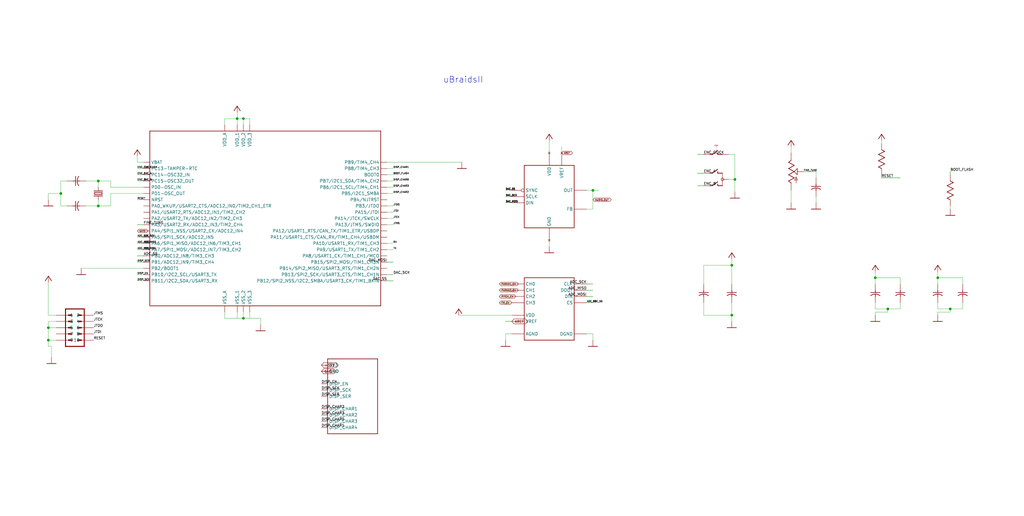
<source format=kicad_sch>
(kicad_sch (version 20231120) (generator "eeschema") (generator_version "8.0")
  (paper "User" 416.763 210.007)
  (lib_symbols
    (symbol "ubraidsII-eagle-import:+3V3" (power)
      (symbol "+3V3_1_0"
        (polyline (pts (xy 0 0.952) (xy -1.27 -0.952)) (stroke (width 0.254)))
        (polyline (pts (xy 1.27 -0.952) (xy 0 0.952)) (stroke (width 0.254)))
        (pin power_in line (at 0 -1.588 90) (length 2.54) (name "+3V3") (number "1"))
      )
    )
    (symbol "ubraidsII-eagle-import:CAP_0603"
      (symbol "CAP_0603_1_0"
        (polyline (pts (xy -1.27 0) (xy -0.33 0)) (stroke (width 0.25)))
        (polyline (pts (xy -0.33 -1.905) (xy -0.33 1.905)) (stroke (width 0.25)))
        (polyline (pts (xy 0.305 0) (xy 1.27 0)) (stroke (width 0.25)))
        (arc (start 0.944 1.911) (mid 0.3044 0.0001) (end 0.9439 -1.9109) (stroke (width 0.254)))
        (pin passive line (at -3.81 0 0) (length 2.54) (name "1") (number "1"))
        (pin passive line (at 3.81 0 180) (length 2.54) (name "2") (number "2"))
      )
    )
    (symbol "ubraidsII-eagle-import:CRYSTALHC49UP"
      (symbol "CRYSTALHC49UP_1_0"
        (polyline (pts (xy -1.778 -1.016) (xy 1.778 -1.016)) (stroke (width 0.254)))
        (polyline (pts (xy -1.778 1.016) (xy 1.778 1.016)) (stroke (width 0.254)))
        (polyline (pts (xy -1.524 -0.381) (xy 1.524 -0.381)) (stroke (width 0.254)))
        (polyline (pts (xy -1.524 0.381) (xy -1.524 -0.381)) (stroke (width 0.254)))
        (polyline (pts (xy 0 -2.54) (xy 0 -1.016)) (stroke (width 0.152)))
        (polyline (pts (xy 0 1.016) (xy 0 2.54)) (stroke (width 0.152)))
        (polyline (pts (xy 1.524 -0.381) (xy 1.524 0.381)) (stroke (width 0.254)))
        (polyline (pts (xy 1.524 0.381) (xy -1.524 0.381)) (stroke (width 0.254)))
        (pin passive line (at 0 -2.207 90) (length 0) (name "1") (number "1"))
        (pin passive line (at 0 2.207 270) (length 0) (name "2") (number "2"))
      )
    )
    (symbol "ubraidsII-eagle-import:DAC855X"
      (symbol "DAC855X_1_0"
        (polyline (pts (xy -10.16 -12.7) (xy -10.16 12.7)) (stroke (width 0.254)))
        (polyline (pts (xy -10.16 12.7) (xy 10.16 12.7)) (stroke (width 0.254)))
        (polyline (pts (xy 10.16 -12.7) (xy -10.16 -12.7)) (stroke (width 0.254)))
        (polyline (pts (xy 10.16 12.7) (xy 10.16 -12.7)) (stroke (width 0.254)))
        (pin no_connect line (at 0 17.78 270) (length 5.08) (name "VDD") (number "1"))
        (pin no_connect line (at 5.08 17.78 270) (length 5.08) (name "VREF") (number "2"))
        (pin input line (at 15.24 -5.08 180) (length 5.08) (name "FB") (number "3"))
        (pin output line (at 15.24 2.54 180) (length 5.08) (name "OUT") (number "4"))
        (pin bidirectional inverted (at -15.24 2.54 0) (length 5.08) (name "SYNC") (number "5"))
        (pin bidirectional line (at -15.24 0 0) (length 5.08) (name "SCLK") (number "6"))
        (pin bidirectional line (at -15.24 -2.54 0) (length 5.08) (name "DIN") (number "7"))
        (pin no_connect line (at 0 -17.78 90) (length 5.08) (name "GND") (number "8"))
      )
    )
    (symbol "ubraidsII-eagle-import:DISPLAY-MODULE"
      (symbol "DISPLAY-MODULE_1_0"
        (polyline (pts (xy -10.16 -15.24) (xy -10.16 15.24)) (stroke (width 0.254)))
        (polyline (pts (xy -10.16 15.24) (xy 10.16 15.24)) (stroke (width 0.254)))
        (polyline (pts (xy 10.16 -15.24) (xy -10.16 -15.24)) (stroke (width 0.254)))
        (polyline (pts (xy 10.16 15.24) (xy 10.16 -15.24)) (stroke (width 0.254)))
        (pin bidirectional line (at -12.7 5.08 0) (length 2.54) (name "DISP_EN") (number "1"))
        (pin bidirectional line (at -12.7 -7.62 0) (length 2.54) (name "DISP_CHAR2") (number "13"))
        (pin bidirectional line (at -12.7 -5.08 0) (length 2.54) (name "DISP_CHAR1") (number "14"))
        (pin bidirectional line (at -12.7 2.54 0) (length 2.54) (name "DISP_SCK") (number "2"))
        (pin bidirectional line (at -12.7 0 0) (length 2.54) (name "DISP_SER") (number "3"))
        (pin bidirectional line (at -12.7 10.16 0) (length 2.54) (name "GND") (number "4"))
        (pin bidirectional line (at -12.7 12.7 0) (length 2.54) (name "3V3") (number "5"))
        (pin bidirectional line (at -12.7 -12.7 0) (length 2.54) (name "DISP_CHAR4") (number "6"))
        (pin bidirectional line (at -12.7 10.16 0) (length 2.54) (name "GND") (number "7"))
        (pin bidirectional line (at -12.7 -10.16 0) (length 2.54) (name "DISP_CHAR3") (number "9"))
      )
    )
    (symbol "ubraidsII-eagle-import:EC12E_SW"
      (symbol "EC12E_SW_1_0"
        (polyline (pts (xy -2.824 -3.334) (xy -1.871 -3.334)) (stroke (width 0.305)))
        (polyline (pts (xy -2.824 1.746) (xy -1.871 1.746)) (stroke (width 0.305)))
        (polyline (pts (xy -1.871 -3.334) (xy 0.351 -1.746)) (stroke (width 0.305)))
        (polyline (pts (xy -1.871 1.746) (xy 0.351 3.334)) (stroke (width 0.305)))
        (polyline (pts (xy 0.351 -3.334) (xy 2.256 -3.334)) (stroke (width 0.305)))
        (polyline (pts (xy 0.351 -2.699) (xy 0.351 -3.334)) (stroke (width 0.305)))
        (polyline (pts (xy 0.351 1.746) (xy 2.256 1.746)) (stroke (width 0.305)))
        (polyline (pts (xy 0.351 2.381) (xy 0.351 1.746)) (stroke (width 0.305)))
        (polyline (pts (xy 2.256 -3.334) (xy 2.256 1.746)) (stroke (width 0.152)))
        (circle (center 2.256 -0.794) (radius 0.568))
        (pin passive line (at -5.364 -3.334 0) (length 2.54) (name "A") (number "A"))
        (pin passive line (at -5.364 1.746 0) (length 2.54) (name "B") (number "B"))
        (pin passive line (at 4.796 -0.794 180) (length 2.54) (name "C") (number "C"))
      )
      (symbol "EC12E_SW_2_0"
        (polyline (pts (xy -2.54 -1.905) (xy -1.587 -1.905)) (stroke (width 0.305)))
        (polyline (pts (xy -1.587 -1.905) (xy 0.635 -0.317)) (stroke (width 0.305)))
        (polyline (pts (xy -0.635 1.905) (xy -0.635 1.587)) (stroke (width 0.127)))
        (polyline (pts (xy -0.635 1.905) (xy 0.635 1.905)) (stroke (width 0.127)))
        (polyline (pts (xy 0 -0.635) (xy 0 0.135)) (stroke (width 0.127)))
        (polyline (pts (xy 0 1.135) (xy 0 1.905)) (stroke (width 0.127)))
        (polyline (pts (xy 0.635 -1.905) (xy 2.54 -1.905)) (stroke (width 0.305)))
        (polyline (pts (xy 0.635 -1.27) (xy 0.635 -1.905)) (stroke (width 0.305)))
        (polyline (pts (xy 0.635 1.905) (xy 0.635 1.587)) (stroke (width 0.127)))
        (pin passive line (at 5.08 -1.905 180) (length 2.54) (name "1") (number "D"))
        (pin passive line (at -5.08 -1.905 0) (length 2.54) (name "2") (number "E"))
      )
    )
    (symbol "ubraidsII-eagle-import:FINE"
      (symbol "FINE_1_0"
        (polyline (pts (xy -1.841 -3.81) (xy 0.444 -2.54)) (stroke (width 0.254)))
        (polyline (pts (xy -1.841 -1.27) (xy 0.444 0)) (stroke (width 0.254)))
        (polyline (pts (xy -1.841 1.27) (xy 0.444 2.54)) (stroke (width 0.254)))
        (polyline (pts (xy -1.841 3.81) (xy -0.826 4.572)) (stroke (width 0.254)))
        (polyline (pts (xy -0.826 -5.08) (xy -0.826 -4.572)) (stroke (width 0.152)))
        (polyline (pts (xy -0.826 -4.572) (xy -1.841 -3.81)) (stroke (width 0.254)))
        (polyline (pts (xy -0.826 4.572) (xy -0.826 5.08)) (stroke (width 0.152)))
        (polyline (pts (xy 0.444 -2.54) (xy -1.841 -1.27)) (stroke (width 0.254)))
        (polyline (pts (xy 0.444 0) (xy -1.841 1.27)) (stroke (width 0.254)))
        (polyline (pts (xy 0.444 0) (xy 1.715 1.27)) (stroke (width 0.203)))
        (polyline (pts (xy 0.444 2.54) (xy -1.841 3.81)) (stroke (width 0.254)))
        (polyline (pts (xy 0.572 -3.429) (xy 1.207 -2.159)) (stroke (width 0.152)))
        (polyline (pts (xy 1.207 -4.699) (xy 1.207 -2.159)) (stroke (width 0.152)))
        (polyline (pts (xy 1.207 -2.159) (xy 1.841 -3.429)) (stroke (width 0.152)))
        (polyline (pts (xy 1.715 -1.27) (xy 0.444 0)) (stroke (width 0.203)))
        (polyline (pts (xy 1.715 1.27) (xy 1.715 -1.27)) (stroke (width 0.203)))
        (polyline (pts (xy 1.841 -3.429) (xy 0.572 -3.429)) (stroke (width 0.152)))
        (pin passive line (at -0.826 -7.62 90) (length 2.54) (name "A") (number "1"))
        (pin passive line (at 4.255 0 180) (length 2.54) (name "S") (number "2"))
        (pin passive line (at -0.826 7.62 270) (length 2.54) (name "E") (number "3"))
      )
    )
    (symbol "ubraidsII-eagle-import:GND" (power)
      (symbol "GND_1_0"
        (polyline (pts (xy -1.905 0) (xy 1.905 0)) (stroke (width 0.254)))
        (pin power_in line (at 0 2.54 270) (length 2.54) (name "GND") (number "1"))
      )
    )
    (symbol "ubraidsII-eagle-import:GND_9" (power)
      (symbol "GND_9_1_0"
        (polyline (pts (xy 1.905 0) (xy -1.905 0)) (stroke (width 0.254)))
        (pin power_in line (at 0 2.54 270) (length 2.54) (name "GND") (number "1"))
      )
    )
    (symbol "ubraidsII-eagle-import:M05X2MINIJTAG"
      (symbol "M05X2MINIJTAG_1_0"
        (polyline (pts (xy -3.81 7.62) (xy -3.81 -7.62)) (stroke (width 0.406)))
        (polyline (pts (xy -3.81 7.62) (xy 3.81 7.62)) (stroke (width 0.406)))
        (polyline (pts (xy -1.27 -5.08) (xy -2.54 -5.08)) (stroke (width 0.61)))
        (polyline (pts (xy -1.27 -2.54) (xy -2.54 -2.54)) (stroke (width 0.61)))
        (polyline (pts (xy -1.27 0) (xy -2.54 0)) (stroke (width 0.61)))
        (polyline (pts (xy -1.27 2.54) (xy -2.54 2.54)) (stroke (width 0.61)))
        (polyline (pts (xy -1.27 5.08) (xy -2.54 5.08)) (stroke (width 0.61)))
        (polyline (pts (xy 1.27 -5.08) (xy 2.54 -5.08)) (stroke (width 0.61)))
        (polyline (pts (xy 1.27 -2.54) (xy 2.54 -2.54)) (stroke (width 0.61)))
        (polyline (pts (xy 1.27 0) (xy 2.54 0)) (stroke (width 0.61)))
        (polyline (pts (xy 1.27 2.54) (xy 2.54 2.54)) (stroke (width 0.61)))
        (polyline (pts (xy 1.27 5.08) (xy 2.54 5.08)) (stroke (width 0.61)))
        (polyline (pts (xy 3.81 -7.62) (xy -3.81 -7.62)) (stroke (width 0.406)))
        (polyline (pts (xy 3.81 -7.62) (xy 3.81 7.62)) (stroke (width 0.406)))
        (pin passive line (at -7.62 5.08 0) (length 5.08) (name "1") (number "1"))
        (pin passive line (at 7.62 -5.08 180) (length 5.08) (name "10") (number "10"))
        (pin passive line (at 7.62 5.08 180) (length 5.08) (name "2") (number "2"))
        (pin passive line (at -7.62 2.54 0) (length 5.08) (name "3") (number "3"))
        (pin passive line (at 7.62 2.54 180) (length 5.08) (name "4") (number "4"))
        (pin passive line (at -7.62 0 0) (length 5.08) (name "5") (number "5"))
        (pin passive line (at 7.62 0 180) (length 5.08) (name "6") (number "6"))
        (pin passive line (at -7.62 -2.54 0) (length 5.08) (name "7") (number "7"))
        (pin passive line (at 7.62 -2.54 180) (length 5.08) (name "8") (number "8"))
        (pin passive line (at -7.62 -5.08 0) (length 5.08) (name "9") (number "9"))
      )
    )
    (symbol "ubraidsII-eagle-import:MCP3302"
      (symbol "MCP3302_1_0"
        (polyline (pts (xy -10.16 -12.7) (xy 10.16 -12.7)) (stroke (width 0.254)))
        (polyline (pts (xy -10.16 12.7) (xy -10.16 -12.7)) (stroke (width 0.254)))
        (polyline (pts (xy 10.16 -12.7) (xy 10.16 12.7)) (stroke (width 0.254)))
        (polyline (pts (xy 10.16 12.7) (xy -10.16 12.7)) (stroke (width 0.254)))
        (pin bidirectional line (at -15.24 10.16 0) (length 5.08) (name "CH0") (number "1"))
        (pin bidirectional line (at 15.24 7.62 180) (length 5.08) (name "DOUT") (number "10"))
        (pin bidirectional line (at 15.24 10.16 180) (length 5.08) (name "CLK") (number "11"))
        (pin bidirectional line (at -15.24 -10.16 0) (length 5.08) (name "AGND") (number "12"))
        (pin bidirectional line (at -15.24 -5.08 0) (length 5.08) (name "VREF") (number "13"))
        (pin bidirectional line (at -15.24 -2.54 0) (length 5.08) (name "VDD") (number "14"))
        (pin bidirectional line (at -15.24 7.62 0) (length 5.08) (name "CH1") (number "2"))
        (pin bidirectional line (at -15.24 5.08 0) (length 5.08) (name "CH2") (number "3"))
        (pin bidirectional line (at -15.24 2.54 0) (length 5.08) (name "CH3") (number "4"))
        (pin bidirectional line (at 15.24 -10.16 180) (length 5.08) (name "DGND") (number "7"))
        (pin bidirectional line (at 15.24 2.54 180) (length 5.08) (name "CS") (number "8"))
        (pin bidirectional line (at 15.24 5.08 180) (length 5.08) (name "DIN") (number "9"))
      )
    )
    (symbol "ubraidsII-eagle-import:RES_0603"
      (symbol "RES_0603_1_0"
        (polyline (pts (xy -3.81 0) (xy -3.175 1.27)) (stroke (width 0.25)))
        (polyline (pts (xy -3.175 1.27) (xy -1.905 -1.27)) (stroke (width 0.25)))
        (polyline (pts (xy -1.905 -1.27) (xy -0.635 1.27)) (stroke (width 0.25)))
        (polyline (pts (xy -0.635 1.27) (xy 0.635 -1.27)) (stroke (width 0.25)))
        (polyline (pts (xy 0.635 -1.27) (xy 1.905 1.27)) (stroke (width 0.25)))
        (polyline (pts (xy 1.905 1.27) (xy 3.175 -1.27)) (stroke (width 0.25)))
        (polyline (pts (xy 3.175 -1.27) (xy 3.81 0)) (stroke (width 0.25)))
        (pin passive line (at -6.35 0 0) (length 2.54) (name "1") (number "1"))
        (pin passive line (at 6.35 0 180) (length 2.54) (name "2") (number "2"))
      )
    )
    (symbol "ubraidsII-eagle-import:STM32F103CB"
      (symbol "STM32F103CB_1_0"
        (polyline (pts (xy -46.99 -35.56) (xy 46.99 -35.56)) (stroke (width 0.254)))
        (polyline (pts (xy -46.99 35.56) (xy -46.99 -35.56)) (stroke (width 0.254)))
        (polyline (pts (xy 46.99 -35.56) (xy 46.99 35.56)) (stroke (width 0.254)))
        (polyline (pts (xy 46.99 35.56) (xy -46.99 35.56)) (stroke (width 0.254)))
        (pin power_in line (at -49.53 22.86 0) (length 2.54) (name "VBAT") (number "1"))
        (pin bidirectional line (at -49.53 5.08 0) (length 2.54) (name "PA0_WKUP/USART2_CTS/ADC12_IN0/TIM2_CH1_ETR") (number "10"))
        (pin bidirectional line (at -49.53 2.54 0) (length 2.54) (name "PA1/USART2_RTS/ADC12_IN1/TIM2_CH2") (number "11"))
        (pin bidirectional line (at -49.53 0 0) (length 2.54) (name "PA2/USART2_TX/ADC12_IN2/TIM2_CH3") (number "12"))
        (pin bidirectional line (at -49.53 -2.54 0) (length 2.54) (name "PA3/USART2_RX/ADC12_IN3/TIM2_CH4") (number "13"))
        (pin bidirectional line (at -49.53 -5.08 0) (length 2.54) (name "PA4/SPI1_NSS/USART2_CK/ADC12_IN4") (number "14"))
        (pin bidirectional line (at -49.53 -7.62 0) (length 2.54) (name "PA5/SPI1_SCK/ADC12_IN5") (number "15"))
        (pin bidirectional line (at -49.53 -10.16 0) (length 2.54) (name "PA6/SPI1_MISO/ADC12_IN6/TIM3_CH1") (number "16"))
        (pin bidirectional line (at -49.53 -12.7 0) (length 2.54) (name "PA7/SPI1_MOSI/ADC12_IN7/TIM3_CH2") (number "17"))
        (pin bidirectional line (at -49.53 -15.24 0) (length 2.54) (name "PB0/ADC12_IN8/TIM3_CH3") (number "18"))
        (pin bidirectional line (at -49.53 -17.78 0) (length 2.54) (name "PB1/ADC12_IN9/TIM3_CH4") (number "19"))
        (pin input line (at -49.53 20.32 0) (length 2.54) (name "PC13-TAMPER-RTC") (number "2"))
        (pin bidirectional line (at -49.53 -20.32 0) (length 2.54) (name "PB2/BOOT1") (number "20"))
        (pin input line (at -49.53 -22.86 0) (length 2.54) (name "PB10/I2C2_SCL/USART3_TX") (number "21"))
        (pin input line (at -49.53 -25.4 0) (length 2.54) (name "PB11/I2C2_SDA/USART3_RX") (number "22"))
        (pin power_in line (at -11.43 -38.1 90) (length 2.54) (name "VSS_1") (number "23"))
        (pin power_in line (at -11.43 38.1 270) (length 2.54) (name "VDD_1") (number "24"))
        (pin input line (at 49.53 -25.4 180) (length 2.54) (name "PB12/SPI2_NSS/I2C2_SMBA/USART3_CK/TIM1_BKIN") (number "25"))
        (pin input line (at 49.53 -22.86 180) (length 2.54) (name "PB13/SPI2_SCK/USART3_CTS/TIM1_CH1N") (number "26"))
        (pin input line (at 49.53 -20.32 180) (length 2.54) (name "PB14/SPI2_MISO/USART3_RTS/TIM1_CH2N") (number "27"))
        (pin input line (at 49.53 -17.78 180) (length 2.54) (name "PB15/SPI2_MOSI/TIM1_CH3N") (number "28"))
        (pin bidirectional line (at 49.53 -15.24 180) (length 2.54) (name "PA8/USART1_CK/TIM1_CH1/MCO") (number "29"))
        (pin input line (at -49.53 17.78 0) (length 2.54) (name "PC14-OSC32_IN") (number "3"))
        (pin input line (at 49.53 -12.7 180) (length 2.54) (name "PA9/USART1_TX/TIM1_CH2") (number "30"))
        (pin bidirectional line (at 49.53 -10.16 180) (length 2.54) (name "PA10/USART1_RX/TIM1_CH3") (number "31"))
        (pin bidirectional line (at 49.53 -7.62 180) (length 2.54) (name "PA11/USART1_CTS/CAN_RX/TIM1_CH4/USBDM") (number "32"))
        (pin bidirectional line (at 49.53 -5.08 180) (length 2.54) (name "PA12/USART1_RTS/CAN_TX/TIM1_ETR/USBDP") (number "33"))
        (pin bidirectional line (at 49.53 -2.54 180) (length 2.54) (name "PA13/JTMS/SWDIO") (number "34"))
        (pin power_in line (at -8.89 -38.1 90) (length 2.54) (name "VSS_2") (number "35"))
        (pin power_in line (at -8.89 38.1 270) (length 2.54) (name "VDD_2") (number "36"))
        (pin bidirectional line (at 49.53 0 180) (length 2.54) (name "PA14/JTCK/SWCLK") (number "37"))
        (pin bidirectional line (at 49.53 2.54 180) (length 2.54) (name "PA15/JTDI") (number "38"))
        (pin bidirectional line (at 49.53 5.08 180) (length 2.54) (name "PB3/JTDO") (number "39"))
        (pin input line (at -49.53 15.24 0) (length 2.54) (name "PC15-OSC32_OUT") (number "4"))
        (pin bidirectional line (at 49.53 7.62 180) (length 2.54) (name "PB4/NJTRST") (number "40"))
        (pin input line (at 49.53 10.16 180) (length 2.54) (name "PB5/I2C1_SMBA") (number "41"))
        (pin input line (at 49.53 12.7 180) (length 2.54) (name "PB6/I2C1_SCL/TIM4_CH1") (number "42"))
        (pin bidirectional line (at 49.53 15.24 180) (length 2.54) (name "PB7/I2C1_SDA/TIM4_CH2") (number "43"))
        (pin input line (at 49.53 17.78 180) (length 2.54) (name "BOOT0") (number "44"))
        (pin bidirectional line (at 49.53 20.32 180) (length 2.54) (name "PB8/TIM4_CH3") (number "45"))
        (pin input line (at 49.53 22.86 180) (length 2.54) (name "PB9/TIM4_CH4") (number "46"))
        (pin power_in line (at -6.35 -38.1 90) (length 2.54) (name "VSS_3") (number "47"))
        (pin power_in line (at -6.35 38.1 270) (length 2.54) (name "VDD_3") (number "48"))
        (pin input line (at -49.53 12.7 0) (length 2.54) (name "PD0-OSC_IN") (number "5"))
        (pin input line (at -49.53 10.16 0) (length 2.54) (name "PD1-OSC_OUT") (number "6"))
        (pin input line (at -49.53 7.62 0) (length 2.54) (name "NRST") (number "7"))
        (pin power_in line (at -16.51 -38.1 90) (length 2.54) (name "VSS_A") (number "8"))
        (pin power_in line (at -16.51 38.1 270) (length 2.54) (name "VDD_A") (number "9"))
      )
    )
  )
  (junction (at 24.765 78.74))
  (junction (at 99.06 48.26))
  (junction (at 381.635 113.03))
  (junction (at 297.815 128.27))
  (junction (at 19.685 133.35))
  (junction (at 297.815 107.95))
  (junction (at 19.685 138.43))
  (junction (at 99.06 129.54))
  (junction (at 96.52 48.26))
  (junction (at 356.235 113.03))
  (junction (at 299.085 73.025))
  (junction (at 386.715 125.73))
  (junction (at 40.005 73.66))
  (junction (at 361.315 125.73))
  (junction (at 40.005 83.82))
  (junction (at 241.3 77.47))
  (wire (pts (xy 19.685 138.43) (xy 19.685 133.35)) (stroke (width 0.1)))
  (wire (pts (xy 286.385 75.565) (xy 283.845 75.565)) (stroke (width 0.157)))
  (wire (pts (xy 157.48 106.68) (xy 160.02 106.68)) (stroke (width 0.157)))
  (wire (pts (xy 157.48 66.04) (xy 187.96 66.04)) (stroke (width 0.1)))
  (wire (pts (xy 22.86 130.81) (xy 19.685 130.81)) (stroke (width 0.1)))
  (wire (pts (xy 358.775 57.15) (xy 358.775 58.42)) (stroke (width 0.1)))
  (wire (pts (xy 381.635 127) (xy 381.635 128.27)) (stroke (width 0.1)))
  (wire (pts (xy 286.385 128.27) (xy 286.385 123.19)) (stroke (width 0.1)))
  (wire (pts (xy 58.42 101.6) (xy 55.88 101.6)) (stroke (width 0.1)))
  (wire (pts (xy 321.945 77.47) (xy 321.945 82.55)) (stroke (width 0.1)))
  (wire (pts (xy 101.6 127) (xy 101.6 129.54)) (stroke (width 0.1)))
  (wire (pts (xy 286.385 107.95) (xy 286.385 115.57)) (stroke (width 0.1)))
  (wire (pts (xy 34.925 83.82) (xy 40.005 83.82)) (stroke (width 0.1)))
  (wire (pts (xy 241.3 77.47) (xy 238.76 77.47)) (stroke (width 0.1)))
  (wire (pts (xy 208.28 130.81) (xy 205.74 130.81)) (stroke (width 0.157)))
  (wire (pts (xy 58.42 76.2) (xy 45.085 76.2)) (stroke (width 0.1)))
  (wire (pts (xy 332.105 80.01) (xy 332.105 82.55)) (stroke (width 0.1)))
  (wire (pts (xy 58.42 73.66) (xy 55.88 73.66)) (stroke (width 0.1)))
  (wire (pts (xy 296.545 73.025) (xy 299.085 73.025)) (stroke (width 0.1)))
  (wire (pts (xy 238.76 85.09) (xy 241.3 85.09)) (stroke (width 0.1)))
  (wire (pts (xy 19.685 133.35) (xy 22.86 133.35)) (stroke (width 0.1)))
  (wire (pts (xy 157.48 88.9) (xy 160.02 88.9)) (stroke (width 0.1)))
  (wire (pts (xy 208.28 128.27) (xy 186.69 128.27)) (stroke (width 0.1)))
  (wire (pts (xy 45.085 76.2) (xy 45.085 73.66)) (stroke (width 0.1)))
  (wire (pts (xy 58.42 106.68) (xy 55.88 106.68)) (stroke (width 0.1)))
  (wire (pts (xy 99.06 127) (xy 99.06 129.54)) (stroke (width 0.1)))
  (wire (pts (xy 241.3 77.47) (xy 243.84 77.47)) (stroke (width 0.1)))
  (wire (pts (xy 106.045 129.54) (xy 106.045 132.08)) (stroke (width 0.1)))
  (wire (pts (xy 332.105 72.39) (xy 332.105 69.85)) (stroke (width 0.1)))
  (wire (pts (xy 96.52 48.26) (xy 96.52 45.72)) (stroke (width 0.1)))
  (wire (pts (xy 238.76 123.19) (xy 241.3 123.19)) (stroke (width 0.1)))
  (wire (pts (xy 19.685 130.81) (xy 19.685 133.35)) (stroke (width 0.1)))
  (wire (pts (xy 208.28 118.11) (xy 203.2 118.11)) (stroke (width 0.1)))
  (wire (pts (xy 238.76 120.65) (xy 241.3 120.65)) (stroke (width 0.157)))
  (wire (pts (xy 24.765 78.74) (xy 19.685 78.74)) (stroke (width 0.1)))
  (wire (pts (xy 58.42 114.3) (xy 55.88 114.3)) (stroke (width 0.1)))
  (wire (pts (xy 386.715 127) (xy 381.635 127)) (stroke (width 0.1)))
  (wire (pts (xy 58.42 109.22) (xy 33.02 109.22)) (stroke (width 0.1)))
  (wire (pts (xy 381.635 113.03) (xy 381.635 110.49)) (stroke (width 0.1)))
  (wire (pts (xy 157.48 101.6) (xy 160.02 101.6)) (stroke (width 0.1)))
  (wire (pts (xy 296.545 62.865) (xy 299.085 62.865)) (stroke (width 0.1)))
  (wire (pts (xy 160.02 111.76) (xy 157.48 111.76)) (stroke (width 0.157)))
  (wire (pts (xy 356.235 125.73) (xy 361.315 125.73)) (stroke (width 0.1)))
  (wire (pts (xy 238.76 135.89) (xy 241.3 135.89)) (stroke (width 0.1)))
  (wire (pts (xy 208.28 120.65) (xy 203.2 120.65)) (stroke (width 0.1)))
  (wire (pts (xy 361.315 125.73) (xy 361.315 127)) (stroke (width 0.1)))
  (wire (pts (xy 208.28 80.01) (xy 205.74 80.01)) (stroke (width 0.1)))
  (wire (pts (xy 91.44 48.26) (xy 96.52 48.26)) (stroke (width 0.1)))
  (wire (pts (xy 297.815 107.95) (xy 286.385 107.95)) (stroke (width 0.1)))
  (wire (pts (xy 20.955 145.415) (xy 20.955 140.97)) (stroke (width 0.1)))
  (wire (pts (xy 45.085 78.74) (xy 58.42 78.74)) (stroke (width 0.1)))
  (wire (pts (xy 19.685 114.935) (xy 19.685 128.27)) (stroke (width 0.1)))
  (wire (pts (xy 297.815 123.19) (xy 297.815 128.27)) (stroke (width 0.1)))
  (wire (pts (xy 332.105 69.85) (xy 327.025 69.85)) (stroke (width 0.1)))
  (wire (pts (xy 361.315 127) (xy 356.235 127)) (stroke (width 0.1)))
  (wire (pts (xy 286.385 70.485) (xy 283.845 70.485)) (stroke (width 0.157)))
  (wire (pts (xy 297.815 115.57) (xy 297.815 107.95)) (stroke (width 0.1)))
  (wire (pts (xy 205.74 135.89) (xy 205.74 138.43)) (stroke (width 0.1)))
  (wire (pts (xy 58.42 81.28) (xy 55.88 81.28)) (stroke (width 0.1)))
  (wire (pts (xy 19.685 140.97) (xy 19.685 138.43)) (stroke (width 0.1)))
  (wire (pts (xy 19.685 78.74) (xy 19.685 81.28)) (stroke (width 0.1)))
  (wire (pts (xy 358.775 72.39) (xy 366.395 72.39)) (stroke (width 0.157)))
  (wire (pts (xy 157.48 78.74) (xy 160.02 78.74)) (stroke (width 0.1)))
  (wire (pts (xy 381.635 115.57) (xy 381.635 113.03)) (stroke (width 0.1)))
  (wire (pts (xy 58.42 111.76) (xy 55.88 111.76)) (stroke (width 0.1)))
  (wire (pts (xy 58.42 104.14) (xy 55.88 104.14)) (stroke (width 0.157)))
  (wire (pts (xy 386.715 69.85) (xy 386.715 71.12)) (stroke (width 0.157)))
  (wire (pts (xy 96.52 129.54) (xy 96.52 127)) (stroke (width 0.1)))
  (wire (pts (xy 358.775 72.39) (xy 358.775 71.12)) (stroke (width 0.157)))
  (wire (pts (xy 40.005 83.82) (xy 45.085 83.82)) (stroke (width 0.1)))
  (wire (pts (xy 297.815 128.27) (xy 297.815 130.81)) (stroke (width 0.1)))
  (wire (pts (xy 157.48 91.44) (xy 160.02 91.44)) (stroke (width 0.1)))
  (wire (pts (xy 238.76 115.57) (xy 241.3 115.57)) (stroke (width 0.157)))
  (wire (pts (xy 58.42 68.58) (xy 55.88 68.58)) (stroke (width 0.1)))
  (wire (pts (xy 208.28 77.47) (xy 205.74 77.47)) (stroke (width 0.1)))
  (wire (pts (xy 45.085 73.66) (xy 40.005 73.66)) (stroke (width 0.1)))
  (wire (pts (xy 157.48 114.3) (xy 160.02 114.3)) (stroke (width 0.157)))
  (wire (pts (xy 96.52 48.26) (xy 99.06 48.26)) (stroke (width 0.1)))
  (wire (pts (xy 96.52 50.8) (xy 96.52 48.26)) (stroke (width 0.1)))
  (wire (pts (xy 40.005 73.66) (xy 40.005 76.533)) (stroke (width 0.1)))
  (wire (pts (xy 297.815 107.95) (xy 297.815 105.41)) (stroke (width 0.1)))
  (wire (pts (xy 106.045 129.54) (xy 99.06 129.54)) (stroke (width 0.1)))
  (wire (pts (xy 241.3 85.09) (xy 241.3 77.47)) (stroke (width 0.1)))
  (wire (pts (xy 157.48 86.36) (xy 160.02 86.36)) (stroke (width 0.1)))
  (wire (pts (xy 19.685 128.27) (xy 22.86 128.27)) (stroke (width 0.1)))
  (wire (pts (xy 99.06 50.8) (xy 99.06 48.26)) (stroke (width 0.1)))
  (wire (pts (xy 391.795 125.73) (xy 391.795 123.19)) (stroke (width 0.1)))
  (wire (pts (xy 366.395 113.03) (xy 366.395 115.57)) (stroke (width 0.1)))
  (wire (pts (xy 24.765 78.74) (xy 24.765 83.82)) (stroke (width 0.1)))
  (wire (pts (xy 58.42 66.04) (xy 55.88 66.04)) (stroke (width 0.1)))
  (wire (pts (xy 241.3 135.89) (xy 241.3 138.43)) (stroke (width 0.1)))
  (wire (pts (xy 386.715 125.73) (xy 391.795 125.73)) (stroke (width 0.1)))
  (wire (pts (xy 157.48 68.58) (xy 160.02 68.58)) (stroke (width 0.1)))
  (wire (pts (xy 381.635 123.19) (xy 381.635 125.73)) (stroke (width 0.1)))
  (wire (pts (xy 58.42 96.52) (xy 55.88 96.52)) (stroke (width 0.1)))
  (wire (pts (xy 208.28 115.57) (xy 203.2 115.57)) (stroke (width 0.1)))
  (wire (pts (xy 157.48 83.82) (xy 160.02 83.82)) (stroke (width 0.1)))
  (wire (pts (xy 205.74 82.55) (xy 208.28 82.55)) (stroke (width 0.1)))
  (wire (pts (xy 157.48 73.66) (xy 160.02 73.66)) (stroke (width 0.1)))
  (wire (pts (xy 321.945 62.23) (xy 321.945 59.69)) (stroke (width 0.1)))
  (wire (pts (xy 356.235 113.03) (xy 366.395 113.03)) (stroke (width 0.1)))
  (wire (pts (xy 299.085 62.865) (xy 299.085 73.025)) (stroke (width 0.1)))
  (wire (pts (xy 238.76 118.11) (xy 241.3 118.11)) (stroke (width 0.157)))
  (wire (pts (xy 297.815 128.27) (xy 286.385 128.27)) (stroke (width 0.1)))
  (wire (pts (xy 366.395 125.73) (xy 366.395 123.19)) (stroke (width 0.1)))
  (wire (pts (xy 24.765 83.82) (xy 27.305 83.82)) (stroke (width 0.1)))
  (wire (pts (xy 22.86 138.43) (xy 19.685 138.43)) (stroke (width 0.1)))
  (wire (pts (xy 299.085 73.025) (xy 299.085 78.105)) (stroke (width 0.1)))
  (wire (pts (xy 45.085 83.82) (xy 45.085 78.74)) (stroke (width 0.1)))
  (wire (pts (xy 208.28 123.19) (xy 203.2 123.19)) (stroke (width 0.1)))
  (wire (pts (xy 99.06 48.26) (xy 101.6 48.26)) (stroke (width 0.1)))
  (wire (pts (xy 361.315 125.73) (xy 366.395 125.73)) (stroke (width 0.1)))
  (wire (pts (xy 58.42 93.98) (xy 55.88 93.98)) (stroke (width 0.1)))
  (wire (pts (xy 91.44 127) (xy 91.44 129.54)) (stroke (width 0.1)))
  (wire (pts (xy 208.28 135.89) (xy 205.74 135.89)) (stroke (width 0.1)))
  (wire (pts (xy 356.235 113.03) (xy 356.235 115.57)) (stroke (width 0.1)))
  (wire (pts (xy 356.235 123.19) (xy 356.235 125.73)) (stroke (width 0.1)))
  (wire (pts (xy 356.235 110.49) (xy 356.235 113.03)) (stroke (width 0.1)))
  (wire (pts (xy 40.005 83.82) (xy 40.005 80.947)) (stroke (width 0.1)))
  (wire (pts (xy 356.235 127) (xy 356.235 128.27)) (stroke (width 0.1)))
  (wire (pts (xy 157.48 71.12) (xy 160.02 71.12)) (stroke (width 0.1)))
  (wire (pts (xy 223.52 62.23) (xy 223.52 57.15)) (stroke (width 0.1)))
  (wire (pts (xy 223.52 97.79) (xy 223.52 100.33)) (stroke (width 0.1)))
  (wire (pts (xy 58.42 71.12) (xy 55.88 71.12)) (stroke (width 0.1)))
  (wire (pts (xy 386.715 83.82) (xy 386.715 85.09)) (stroke (width 0.1)))
  (wire (pts (xy 157.48 99.06) (xy 160.02 99.06)) (stroke (width 0.1)))
  (wire (pts (xy 228.6 62.23) (xy 228.6 59.69)) (stroke (width 0.1)))
  (wire (pts (xy 58.42 99.06) (xy 55.88 99.06)) (stroke (width 0.1)))
  (wire (pts (xy 20.955 140.97) (xy 19.685 140.97)) (stroke (width 0.1)))
  (wire (pts (xy 34.925 73.66) (xy 40.005 73.66)) (stroke (width 0.1)))
  (wire (pts (xy 91.44 50.8) (xy 91.44 48.26)) (stroke (width 0.1)))
  (wire (pts (xy 27.305 73.66) (xy 24.765 73.66)) (stroke (width 0.1)))
  (wire (pts (xy 157.48 76.2) (xy 160.02 76.2)) (stroke (width 0.1)))
  (wire (pts (xy 101.6 48.26) (xy 101.6 50.8)) (stroke (width 0.1)))
  (wire (pts (xy 391.795 113.03) (xy 391.795 115.57)) (stroke (width 0.1)))
  (wire (pts (xy 381.635 113.03) (xy 391.795 113.03)) (stroke (width 0.1)))
  (wire (pts (xy 386.715 125.73) (xy 386.715 127)) (stroke (width 0.1)))
  (wire (pts (xy 58.42 91.44) (xy 55.88 91.44)) (stroke (width 0.157)))
  (wire (pts (xy 91.44 129.54) (xy 99.06 129.54)) (stroke (width 0.1)))
  (wire (pts (xy 24.765 73.66) (xy 24.765 78.74)) (stroke (width 0.1)))
  (wire (pts (xy 55.88 66.04) (xy 55.88 63.5)) (stroke (width 0.1)))
  (wire (pts (xy 381.635 125.73) (xy 386.715 125.73)) (stroke (width 0.1)))
  (wire (pts (xy 286.385 62.865) (xy 283.845 62.865)) (stroke (width 0.157)))
  (text "uBraidsII" (at 180.34 31.115 0) (effects (font (size 2.467 2.467)) (justify left top)))
  (label "DAC_MOSI" (at 157.48 106.68 180) (effects (font (size 1.016 1.016))))
  (label "DISP_CHAR2" (at 160.02 78.74 0) (effects (font (size 0.6909 0.6909))))
  (label "JTDO" (at 160.02 83.82 0) (effects (font (size 0.6909 0.6909))))
  (label "BOOT_FLASH" (at 386.715 69.85 0) (effects (font (size 1.016 1.016))))
  (label "DAC_SS" (at 205.74 77.47 0) (effects (font (size 0.6909 0.6909))))
  (label "ENC_A" (at 286.385 70.485 0) (effects (font (size 1.016 1.016))))
  (label "DAC_MOSI" (at 205.74 82.55 0) (effects (font (size 0.6909 0.6909))))
  (label "RESET" (at 55.88 81.28 0) (effects (font (size 0.6909 0.6909))))
  (label "JTDO" (at 38.1 133.35 0) (effects (font (size 1.016 1.016))))
  (label "DISP_CHAR2" (at 130.81 166.37 0) (effects (font (size 1.016 1.016))))
  (label "DISP_CHAR3" (at 130.81 168.91 0) (effects (font (size 1.016 1.016))))
  (label "ENC_CLICK" (at 58.42 68.58 0) (effects (font (size 0.6909 0.6909))))
  (label "ADC_SS" (at 238.76 123.19 0) (effects (font (size 0.6909 0.6909))))
  (label "DISP_CHAR3" (at 160.02 76.2 0) (effects (font (size 0.6909 0.6909))))
  (label "DAC_MOSI" (at 205.74 82.55 0) (effects (font (size 0.6909 0.6909))))
  (label "ADC_MOSI" (at 58.42 101.6 0) (effects (font (size 0.6909 0.6909))))
  (label "JTDI" (at 38.1 135.89 0) (effects (font (size 1.016 1.016))))
  (label "ADC_SCK" (at 238.76 115.57 180) (effects (font (size 1.016 1.016))))
  (label "ENC_A" (at 58.42 71.12 0) (effects (font (size 0.6909 0.6909))))
  (label "ADC_MISO" (at 55.88 99.06 0) (effects (font (size 0.6909 0.6909))))
  (label "DISP_EN" (at 55.88 111.76 0) (effects (font (size 0.6909 0.6909))))
  (label "JTCK" (at 38.1 130.81 0) (effects (font (size 1.016 1.016))))
  (label "ADC_MOSI" (at 238.76 120.65 180) (effects (font (size 1.016 1.016))))
  (label "JTMS" (at 38.1 128.27 0) (effects (font (size 1.016 1.016))))
  (label "DAC_SCK" (at 205.74 80.01 0) (effects (font (size 0.6909 0.6909))))
  (label "ENC_A" (at 55.88 71.12 0) (effects (font (size 0.6909 0.6909))))
  (label "ADC_MISO" (at 238.76 118.11 180) (effects (font (size 1.016 1.016))))
  (label "JTCK" (at 160.02 88.9 0) (effects (font (size 0.6909 0.6909))))
  (label "DAC_SCK" (at 160.02 111.76 0) (effects (font (size 1.016 1.016))))
  (label "JTDI" (at 160.02 86.36 0) (effects (font (size 0.6909 0.6909))))
  (label "ADC_MOSI" (at 55.88 101.6 0) (effects (font (size 0.6909 0.6909))))
  (label "DISP_CHAR0" (at 130.81 171.45 0) (effects (font (size 1.016 1.016))))
  (label "DISP_CHAR1" (at 160.02 68.58 0) (effects (font (size 0.6909 0.6909))))
  (label "ADC_SCK" (at 55.88 96.52 0) (effects (font (size 0.6909 0.6909))))
  (label "ADC_SCK" (at 58.42 96.52 0) (effects (font (size 0.6909 0.6909))))
  (label "ENC_B" (at 55.88 73.66 0) (effects (font (size 0.6909 0.6909))))
  (label "ENC_B" (at 58.42 73.66 0) (effects (font (size 0.6909 0.6909))))
  (label "DISP_SER" (at 55.88 106.68 0) (effects (font (size 0.6909 0.6909))))
  (label "ENC_CLICK" (at 55.88 68.58 0) (effects (font (size 0.6909 0.6909))))
  (label "ENC_B" (at 286.385 75.565 0) (effects (font (size 1.016 1.016))))
  (label "DAC_SS" (at 157.48 114.3 180) (effects (font (size 1.016 1.016))))
  (label "BOOT_FLASH" (at 160.02 71.12 0) (effects (font (size 0.6909 0.6909))))
  (label "RESET" (at 358.775 72.39 0) (effects (font (size 1.016 1.016))))
  (label "DISP_CHAR0" (at 160.02 73.66 0) (effects (font (size 0.6909 0.6909))))
  (label "RX" (at 160.02 99.06 0) (effects (font (size 0.6909 0.6909))))
  (label "ADC_MISO" (at 58.42 99.06 0) (effects (font (size 0.6909 0.6909))))
  (label "DISP_SCK" (at 55.88 114.3 0) (effects (font (size 0.6909 0.6909))))
  (label "DISP_EN" (at 130.81 156.21 0) (effects (font (size 1.016 1.016))))
  (label "DISP_SCK" (at 130.81 158.75 0) (effects (font (size 1.016 1.016))))
  (label "ADC_SS" (at 241.3 123.19 0) (effects (font (size 0.6909 0.6909))))
  (label "JTMS" (at 160.02 91.44 0) (effects (font (size 0.6909 0.6909))))
  (label "DAC_SCK" (at 205.74 80.01 0) (effects (font (size 0.6909 0.6909))))
  (label "FINE_TUNE" (at 327.025 69.85 0) (effects (font (size 0.6909 0.6909))))
  (label "DISP_CHAR1" (at 130.81 173.99 0) (effects (font (size 1.016 1.016))))
  (label "TX" (at 160.02 101.6 0) (effects (font (size 0.6909 0.6909))))
  (label "ENC_CLICK" (at 286.385 62.865 0) (effects (font (size 1.016 1.016))))
  (label "RESET" (at 38.1 138.43 0) (effects (font (size 1.016 1.016))))
  (label "FINE_TUNE" (at 58.42 91.44 0) (effects (font (size 1.016 1.016))))
  (label "DAC_SS" (at 205.74 77.47 0) (effects (font (size 0.6909 0.6909))))
  (label "ADC_SS" (at 58.42 104.14 0) (effects (font (size 1.016 1.016))))
  (label "DISP_SER" (at 130.81 161.29 0) (effects (font (size 1.016 1.016))))
  (global_label "GATE" (shape bidirectional) (at 55.88 93.98 0) (effects (font (size 0.6909 0.6909))) (property "Intersheetrefs" "${INTERSHEET_REFS}" (effects (hide yes))))
  (global_label "PARAM2_CV" (shape bidirectional) (at 203.2 118.11 0) (effects (font (size 0.6909 0.6909))) (property "Intersheetrefs" "${INTERSHEET_REFS}" (effects (hide yes))))
  (global_label "PITCH_CV" (shape bidirectional) (at 203.2 120.65 0) (effects (font (size 0.6909 0.6909))) (property "Intersheetrefs" "${INTERSHEET_REFS}" (effects (hide yes))))
  (global_label "FM_CV" (shape bidirectional) (at 203.2 123.19 0) (effects (font (size 0.6909 0.6909))) (property "Intersheetrefs" "${INTERSHEET_REFS}" (effects (hide yes))))
  (global_label "AREF" (shape bidirectional) (at 228.6 62.23 0) (effects (font (size 0.6909 0.6909))) (property "Intersheetrefs" "${INTERSHEET_REFS}" (effects (hide yes))))
  (global_label "PARAM1_CV" (shape bidirectional) (at 203.2 115.57 0) (effects (font (size 0.6909 0.6909))) (property "Intersheetrefs" "${INTERSHEET_REFS}" (effects (hide yes))))
  (global_label "AUDIO_OUT" (shape bidirectional) (at 241.3 81.28 0) (effects (font (size 0.6909 0.6909))) (property "Intersheetrefs" "${INTERSHEET_REFS}" (effects (hide yes))))
  (global_label "AREF" (shape bidirectional) (at 208.28 130.81 0) (effects (font (size 1.016 1.016))) (property "Intersheetrefs" "${INTERSHEET_REFS}" (effects (hide yes))))
  (global_label "GND" (shape bidirectional) (at 130.81 151.13 0) (effects (font (size 1.016 1.016))) (property "Intersheetrefs" "${INTERSHEET_REFS}" (effects (hide yes))))
  (global_label "+3V3" (shape bidirectional) (at 130.81 148.59 0) (effects (font (size 1.016 1.016))) (property "Intersheetrefs" "${INTERSHEET_REFS}" (effects (hide yes))))
  (symbol (lib_id "ubraidsII-eagle-import:GND") (at 205.74 140.97 0) (unit 1)
    (property "Reference" "#GND11" (effects (hide yes)))
    (property "Value" "GND" (effects (hide yes)))
  )
  (symbol (lib_id "ubraidsII-eagle-import:GND") (at 20.955 147.955 0) (unit 1)
    (property "Reference" "#GND44" (effects (hide yes)))
    (property "Value" "GND" (effects (hide yes)))
  )
  (symbol (lib_id "ubraidsII-eagle-import:CAP_0603") (at 381.635 119.38 270) (unit 1)
    (property "Reference" "C7" (effects (hide yes)))
    (property "Value" "100n" (effects (hide yes)))
    (property "Footprint" "ubraidsII:CAP_0603" (effects (hide yes)))
  )
  (symbol (lib_id "ubraidsII-eagle-import:FINE") (at 322.77 69.85 0) (unit 1)
    (property "Reference" "R19" (effects (hide yes)))
    (property "Value" "10kB" (effects (hide yes)))
    (property "Footprint" "ubraidsII:9mm_Alpha_Bourns_Pot" (effects (hide yes)))
  )
  (symbol (lib_id "ubraidsII-eagle-import:CAP_0603") (at 31.115 73.66 0) (unit 1)
    (property "Reference" "C9" (effects (hide yes)))
    (property "Value" "18p" (effects (hide yes)))
    (property "Footprint" "ubraidsII:CAP_0603" (effects (hide yes)))
  )
  (symbol (lib_id "ubraidsII-eagle-import:+3V3") (at 186.69 126.683 0) (unit 1)
    (property "Reference" "#+3V15" (effects (hide yes)))
    (property "Value" "+3V3" (effects (hide yes)))
  )
  (symbol (lib_id "ubraidsII-eagle-import:+3V3") (at 358.775 55.563 0) (unit 1)
    (property "Reference" "#+3V4" (effects (hide yes)))
    (property "Value" "+3V3" (effects (hide yes)))
  )
  (symbol (lib_id "ubraidsII-eagle-import:+3V3") (at 321.945 58.102 0) (unit 1)
    (property "Reference" "#+3V18" (effects (hide yes)))
    (property "Value" "+3V3" (effects (hide yes)))
  )
  (symbol (lib_id "ubraidsII-eagle-import:STM32F103CB") (at 107.95 88.9 0) (unit 1)
    (property "Reference" "UC1" (effects (hide yes)))
    (property "Value" "STM32F103CBT6" (effects (hide yes)))
    (property "Footprint" "ubraidsII:LQFP48" (effects (hide yes)))
  )
  (symbol (lib_id "ubraidsII-eagle-import:GND") (at 356.235 130.81 0) (unit 1)
    (property "Reference" "#GND65" (effects (hide yes)))
    (property "Value" "GND" (effects (hide yes)))
  )
  (symbol (lib_id "ubraidsII-eagle-import:CAP_0603") (at 356.235 119.38 270) (unit 1)
    (property "Reference" "C5" (effects (hide yes)))
    (property "Value" "100n" (effects (hide yes)))
    (property "Footprint" "ubraidsII:CAP_0603" (effects (hide yes)))
  )
  (symbol (lib_id "ubraidsII-eagle-import:CAP_0603") (at 297.815 119.38 270) (unit 1)
    (property "Reference" "C2" (effects (hide yes)))
    (property "Value" "100n" (effects (hide yes)))
    (property "Footprint" "ubraidsII:CAP_0603" (effects (hide yes)))
  )
  (symbol (lib_id "ubraidsII-eagle-import:EC12E_SW") (at 291.465 60.96 0) (unit 2)
    (property "Reference" "SW1" (effects (hide yes)))
    (property "Value" "EC12E_SW" (effects (hide yes)))
    (property "Footprint" "ubraidsII:ALPS_EC12E_SW" (effects (hide yes)))
  )
  (symbol (lib_id "ubraidsII-eagle-import:M05X2MINIJTAG") (at 30.48 133.35 0) (unit 1)
    (property "Reference" "JP2" (effects (hide yes)))
    (property "Value" "M05X2MINIJTAG" (effects (hide yes)))
    (property "Footprint" "ubraidsII:2X5-1.27" (effects (hide yes)))
  )
  (symbol (lib_id "ubraidsII-eagle-import:GND") (at 299.085 80.645 0) (unit 1)
    (property "Reference" "#GND7" (effects (hide yes)))
    (property "Value" "GND" (effects (hide yes)))
  )
  (symbol (lib_id "ubraidsII-eagle-import:CAP_0603") (at 391.795 119.38 270) (unit 1)
    (property "Reference" "C6" (effects (hide yes)))
    (property "Value" "1u" (effects (hide yes)))
    (property "Footprint" "ubraidsII:CAP_0603" (effects (hide yes)))
  )
  (symbol (lib_id "ubraidsII-eagle-import:CAP_0603") (at 286.385 119.38 270) (unit 1)
    (property "Reference" "C11" (effects (hide yes)))
    (property "Value" "100n" (effects (hide yes)))
    (property "Footprint" "ubraidsII:CAP_0603" (effects (hide yes)))
  )
  (symbol (lib_id "ubraidsII-eagle-import:+3V3") (at 96.52 44.132 0) (unit 1)
    (property "Reference" "#+3V2" (effects (hide yes)))
    (property "Value" "+3V3" (effects (hide yes)))
  )
  (symbol (lib_id "ubraidsII-eagle-import:GND") (at 106.045 134.62 0) (unit 1)
    (property "Reference" "#GND55" (effects (hide yes)))
    (property "Value" "GND" (effects (hide yes)))
  )
  (symbol (lib_id "ubraidsII-eagle-import:GND") (at 241.3 140.97 0) (unit 1)
    (property "Reference" "#GND12" (effects (hide yes)))
    (property "Value" "GND" (effects (hide yes)))
  )
  (symbol (lib_id "ubraidsII-eagle-import:+3V3") (at 381.635 108.903 0) (unit 1)
    (property "Reference" "#+3V10" (effects (hide yes)))
    (property "Value" "+3V3" (effects (hide yes)))
  )
  (symbol (lib_id "ubraidsII-eagle-import:+3V3") (at 55.88 61.913 0) (unit 1)
    (property "Reference" "#+3V12" (effects (hide yes)))
    (property "Value" "+3V3" (effects (hide yes)))
  )
  (symbol (lib_id "ubraidsII-eagle-import:+3V3") (at 223.52 55.563 0) (unit 1)
    (property "Reference" "#+3V13" (effects (hide yes)))
    (property "Value" "+3V3" (effects (hide yes)))
  )
  (symbol (lib_id "ubraidsII-eagle-import:RES_0603") (at 386.715 77.47 90) (unit 1)
    (property "Reference" "R33" (effects (hide yes)))
    (property "Value" "10k" (effects (hide yes)))
    (property "Footprint" "ubraidsII:RES_0603" (effects (hide yes)))
  )
  (symbol (lib_id "ubraidsII-eagle-import:+3V3") (at 297.815 103.822 0) (unit 1)
    (property "Reference" "#+3V8" (effects (hide yes)))
    (property "Value" "+3V3" (effects (hide yes)))
  )
  (symbol (lib_id "ubraidsII-eagle-import:DISPLAY-MODULE") (at 143.51 161.29 0) (unit 1)
    (property "Reference" "A1" (effects (hide yes)))
    (property "Value" "DISPLAY-MODULE" (effects (hide yes)))
    (property "Footprint" "ubraidsII:DISPLAY-MODULE" (effects (hide yes)))
  )
  (symbol (lib_id "ubraidsII-eagle-import:+3V3") (at 356.235 108.903 0) (unit 1)
    (property "Reference" "#+3V9" (effects (hide yes)))
    (property "Value" "+3V3" (effects (hide yes)))
  )
  (symbol (lib_id "ubraidsII-eagle-import:GND") (at 297.815 133.35 0) (unit 1)
    (property "Reference" "#GND64" (effects (hide yes)))
    (property "Value" "GND" (effects (hide yes)))
  )
  (symbol (lib_id "ubraidsII-eagle-import:MCP3302") (at 223.52 125.73 0) (unit 1)
    (property "Reference" "IC4" (effects (hide yes)))
    (property "Value" "MCP3204" (effects (hide yes)))
    (property "Footprint" "ubraidsII:TSSOP-14" (effects (hide yes)))
  )
  (symbol (lib_id "ubraidsII-eagle-import:CRYSTALHC49UP") (at 40.005 78.74 0) (unit 1)
    (property "Reference" "Q5" (effects (hide yes)))
    (property "Value" "8MHz" (effects (hide yes)))
    (property "Footprint" "ubraidsII:HC49UP" (effects (hide yes)))
  )
  (symbol (lib_id "ubraidsII-eagle-import:RES_0603") (at 358.775 64.77 90) (unit 1)
    (property "Reference" "R22" (effects (hide yes)))
    (property "Value" "10k" (effects (hide yes)))
    (property "Footprint" "ubraidsII:RES_0603" (effects (hide yes)))
  )
  (symbol (lib_id "ubraidsII-eagle-import:GND") (at 33.02 111.76 0) (unit 1)
    (property "Reference" "#GND57" (effects (hide yes)))
    (property "Value" "GND" (effects (hide yes)))
  )
  (symbol (lib_id "ubraidsII-eagle-import:GND") (at 223.52 102.87 0) (unit 1)
    (property "Reference" "#GND10" (effects (hide yes)))
    (property "Value" "GND" (effects (hide yes)))
  )
  (symbol (lib_id "ubraidsII-eagle-import:GND") (at 187.96 68.58 0) (unit 1)
    (property "Reference" "#GND28" (effects (hide yes)))
    (property "Value" "GND" (effects (hide yes)))
  )
  (symbol (lib_id "ubraidsII-eagle-import:CAP_0603") (at 332.105 76.2 270) (unit 1)
    (property "Reference" "C31" (effects (hide yes)))
    (property "Value" "100n" (effects (hide yes)))
    (property "Footprint" "ubraidsII:CAP_0603" (effects (hide yes)))
  )
  (symbol (lib_id "ubraidsII-eagle-import:+3V3") (at 19.685 113.347 0) (unit 1)
    (property "Reference" "#+3V5" (effects (hide yes)))
    (property "Value" "+3V3" (effects (hide yes)))
  )
  (symbol (lib_id "ubraidsII-eagle-import:CAP_0603") (at 31.115 83.82 0) (unit 1)
    (property "Reference" "C10" (effects (hide yes)))
    (property "Value" "18p" (effects (hide yes)))
    (property "Footprint" "ubraidsII:CAP_0603" (effects (hide yes)))
  )
  (symbol (lib_id "ubraidsII-eagle-import:GND") (at 321.945 85.09 0) (unit 1)
    (property "Reference" "#GND16" (effects (hide yes)))
    (property "Value" "GND" (effects (hide yes)))
  )
  (symbol (lib_id "ubraidsII-eagle-import:EC12E_SW") (at 291.749 72.231 0) (unit 1)
    (property "Reference" "SW1" (effects (hide yes)))
    (property "Value" "EC12E_SW" (effects (hide yes)))
    (property "Footprint" "ubraidsII:ALPS_EC12E_SW" (effects (hide yes)))
  )
  (symbol (lib_id "ubraidsII-eagle-import:GND") (at 19.685 83.82 0) (unit 1)
    (property "Reference" "#GND56" (effects (hide yes)))
    (property "Value" "GND" (effects (hide yes)))
  )
  (symbol (lib_id "ubraidsII-eagle-import:CAP_0603") (at 366.395 119.38 270) (unit 1)
    (property "Reference" "C12" (effects (hide yes)))
    (property "Value" "1u" (effects (hide yes)))
    (property "Footprint" "ubraidsII:CAP_0603" (effects (hide yes)))
  )
  (symbol (lib_id "ubraidsII-eagle-import:GND") (at 332.105 85.09 0) (unit 1)
    (property "Reference" "#GND30" (effects (hide yes)))
    (property "Value" "GND" (effects (hide yes)))
  )
  (symbol (lib_id "ubraidsII-eagle-import:DAC855X") (at 223.52 80.01 0) (unit 1)
    (property "Reference" "IC5" (effects (hide yes)))
    (property "Value" "DAC8551" (effects (hide yes)))
    (property "Footprint" "ubraidsII:MSOP-8" (effects (hide yes)))
  )
  (symbol (lib_id "ubraidsII-eagle-import:GND") (at 381.635 130.81 0) (unit 1)
    (property "Reference" "#GND66" (effects (hide yes)))
    (property "Value" "GND" (effects (hide yes)))
  )
  (symbol (lib_id "ubraidsII-eagle-import:GND_9") (at 386.715 87.63 0) (unit 1)
    (property "Reference" "#GND58" (effects (hide yes)))
    (property "Value" "GND" (effects (hide yes)))
  )
)
</source>
